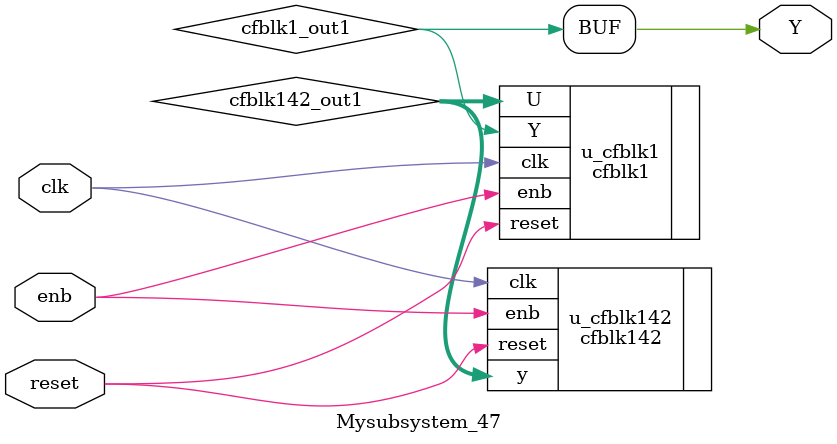
<source format=v>



`timescale 1 ns / 1 ns

module Mysubsystem_47
          (clk,
           reset,
           enb,
           Y);


  input   clk;
  input   reset;
  input   enb;
  output  Y;


  wire [7:0] cfblk142_out1;  // uint8
  wire cfblk1_out1;


  cfblk142 u_cfblk142 (.clk(clk),
                       .reset(reset),
                       .enb(enb),
                       .y(cfblk142_out1)  // uint8
                       );

  cfblk1 u_cfblk1 (.clk(clk),
                   .reset(reset),
                   .enb(enb),
                   .U(cfblk142_out1),  // uint8
                   .Y(cfblk1_out1)
                   );

  assign Y = cfblk1_out1;

endmodule  // Mysubsystem_47


</source>
